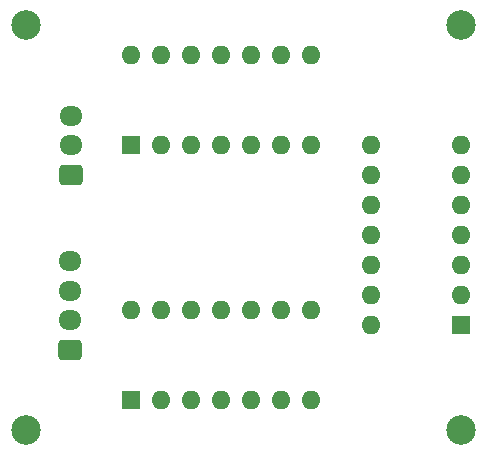
<source format=gbr>
%TF.GenerationSoftware,KiCad,Pcbnew,(6.0.6)*%
%TF.CreationDate,2022-12-02T11:59:31+05:30*%
%TF.ProjectId,exp6a,65787036-612e-46b6-9963-61645f706362,rev?*%
%TF.SameCoordinates,Original*%
%TF.FileFunction,Soldermask,Top*%
%TF.FilePolarity,Negative*%
%FSLAX46Y46*%
G04 Gerber Fmt 4.6, Leading zero omitted, Abs format (unit mm)*
G04 Created by KiCad (PCBNEW (6.0.6)) date 2022-12-02 11:59:31*
%MOMM*%
%LPD*%
G01*
G04 APERTURE LIST*
G04 Aperture macros list*
%AMRoundRect*
0 Rectangle with rounded corners*
0 $1 Rounding radius*
0 $2 $3 $4 $5 $6 $7 $8 $9 X,Y pos of 4 corners*
0 Add a 4 corners polygon primitive as box body*
4,1,4,$2,$3,$4,$5,$6,$7,$8,$9,$2,$3,0*
0 Add four circle primitives for the rounded corners*
1,1,$1+$1,$2,$3*
1,1,$1+$1,$4,$5*
1,1,$1+$1,$6,$7*
1,1,$1+$1,$8,$9*
0 Add four rect primitives between the rounded corners*
20,1,$1+$1,$2,$3,$4,$5,0*
20,1,$1+$1,$4,$5,$6,$7,0*
20,1,$1+$1,$6,$7,$8,$9,0*
20,1,$1+$1,$8,$9,$2,$3,0*%
G04 Aperture macros list end*
%ADD10RoundRect,0.250000X0.725000X-0.600000X0.725000X0.600000X-0.725000X0.600000X-0.725000X-0.600000X0*%
%ADD11O,1.950000X1.700000*%
%ADD12C,2.500000*%
%ADD13R,1.600000X1.600000*%
%ADD14O,1.600000X1.600000*%
G04 APERTURE END LIST*
D10*
%TO.C,J1*%
X126912500Y-107460000D03*
D11*
X126912500Y-104960000D03*
X126912500Y-102460000D03*
X126912500Y-99960000D03*
%TD*%
D12*
%TO.C,H4*%
X160020000Y-114300000D03*
%TD*%
%TO.C,H3*%
X160020000Y-80010000D03*
%TD*%
D13*
%TO.C,U1*%
X132075000Y-111750000D03*
D14*
X134615000Y-111750000D03*
X137155000Y-111750000D03*
X139695000Y-111750000D03*
X142235000Y-111750000D03*
X144775000Y-111750000D03*
X147315000Y-111750000D03*
X147315000Y-104130000D03*
X144775000Y-104130000D03*
X142235000Y-104130000D03*
X139695000Y-104130000D03*
X137155000Y-104130000D03*
X134615000Y-104130000D03*
X132075000Y-104130000D03*
%TD*%
D12*
%TO.C,H2*%
X123190000Y-80010000D03*
%TD*%
D13*
%TO.C,U3*%
X160010000Y-105415000D03*
D14*
X160010000Y-102875000D03*
X160010000Y-100335000D03*
X160010000Y-97795000D03*
X160010000Y-95255000D03*
X160010000Y-92715000D03*
X160010000Y-90175000D03*
X152390000Y-90175000D03*
X152390000Y-92715000D03*
X152390000Y-95255000D03*
X152390000Y-97795000D03*
X152390000Y-100335000D03*
X152390000Y-102875000D03*
X152390000Y-105415000D03*
%TD*%
D12*
%TO.C,H1*%
X123190000Y-114300000D03*
%TD*%
D13*
%TO.C,U2*%
X132075000Y-90160000D03*
D14*
X134615000Y-90160000D03*
X137155000Y-90160000D03*
X139695000Y-90160000D03*
X142235000Y-90160000D03*
X144775000Y-90160000D03*
X147315000Y-90160000D03*
X147315000Y-82540000D03*
X144775000Y-82540000D03*
X142235000Y-82540000D03*
X139695000Y-82540000D03*
X137155000Y-82540000D03*
X134615000Y-82540000D03*
X132075000Y-82540000D03*
%TD*%
D10*
%TO.C,J2*%
X126992500Y-92670000D03*
D11*
X126992500Y-90170000D03*
X126992500Y-87670000D03*
%TD*%
M02*

</source>
